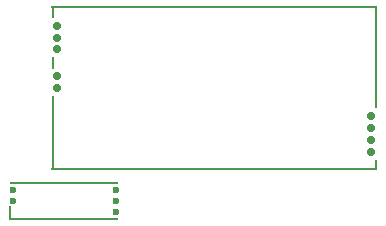
<source format=gbr>
%TF.GenerationSoftware,KiCad,Pcbnew,8.0.8*%
%TF.CreationDate,2025-11-27T21:39:58-05:00*%
%TF.ProjectId,greenenergyecu,67726565-6e65-46e6-9572-67796563752e,rev?*%
%TF.SameCoordinates,Original*%
%TF.FileFunction,Copper,L2,Bot*%
%TF.FilePolarity,Positive*%
%FSLAX46Y46*%
G04 Gerber Fmt 4.6, Leading zero omitted, Abs format (unit mm)*
G04 Created by KiCad (PCBNEW 8.0.8) date 2025-11-27 21:39:58*
%MOMM*%
%LPD*%
G01*
G04 APERTURE LIST*
%TA.AperFunction,ComponentPad*%
%ADD10C,0.700000*%
%TD*%
%TA.AperFunction,SMDPad,CuDef*%
%ADD11R,0.250000X1.100000*%
%TD*%
%TA.AperFunction,SMDPad,CuDef*%
%ADD12R,0.250000X0.980000*%
%TD*%
%TA.AperFunction,SMDPad,CuDef*%
%ADD13R,0.250000X6.300000*%
%TD*%
%TA.AperFunction,SMDPad,CuDef*%
%ADD14R,27.600000X0.250000*%
%TD*%
%TA.AperFunction,SMDPad,CuDef*%
%ADD15R,0.250000X8.750000*%
%TD*%
%TA.AperFunction,SMDPad,CuDef*%
%ADD16R,0.250000X0.950000*%
%TD*%
%TA.AperFunction,ComponentPad*%
%ADD17C,0.600000*%
%TD*%
%TA.AperFunction,SMDPad,CuDef*%
%ADD18O,0.200000X1.225000*%
%TD*%
%TA.AperFunction,SMDPad,CuDef*%
%ADD19O,9.300000X0.200000*%
%TD*%
G04 APERTURE END LIST*
D10*
%TO.P,REF\u002A\u002A,E1*%
%TO.N,N/C*%
X147150000Y-63350000D03*
%TO.P,REF\u002A\u002A,E2*%
X147150000Y-60350000D03*
%TO.P,REF\u002A\u002A,E3*%
X147150000Y-61350000D03*
%TO.P,REF\u002A\u002A,E4*%
X147150000Y-62350000D03*
D11*
%TO.P,REF\u002A\u002A,G*%
X120175000Y-51500000D03*
D12*
X120175000Y-55840000D03*
D13*
X120175000Y-61800000D03*
D14*
X133850000Y-51075000D03*
X133850000Y-64825000D03*
D15*
X147525000Y-55325000D03*
D16*
X147525000Y-64475000D03*
D10*
%TO.P,REF\u002A\u002A,W1*%
X120558800Y-53700000D03*
%TO.P,REF\u002A\u002A,W2*%
X120558800Y-54700000D03*
%TO.P,REF\u002A\u002A,W3*%
X120558800Y-57996000D03*
%TO.P,REF\u002A\u002A,W4*%
X120558800Y-56980000D03*
%TO.P,REF\u002A\u002A,W9*%
X120558800Y-52700000D03*
%TD*%
D17*
%TO.P,M1,E1,V5A*%
%TO.N,unconnected-(M1-V5A-PadE1)*%
X125500000Y-66600002D03*
D18*
%TO.P,M1,E2,GND*%
%TO.N,unconnected-(M1-GND-PadE2)*%
X116600000Y-68575002D03*
D19*
X121150000Y-66000002D03*
X121150000Y-69100002D03*
D17*
X125500000Y-67550002D03*
%TO.P,M1,E3,OUT_KNOCK*%
%TO.N,unconnected-(M1-OUT_KNOCK-PadE3)*%
X125500000Y-68500000D03*
%TO.P,M1,W1,IN_KNOCK*%
%TO.N,unconnected-(M1-IN_KNOCK-PadW1)*%
X116800000Y-67500002D03*
%TO.P,M1,W2,VREF*%
%TO.N,unconnected-(M1-VREF-PadW2)*%
X116800000Y-66600002D03*
%TD*%
M02*

</source>
